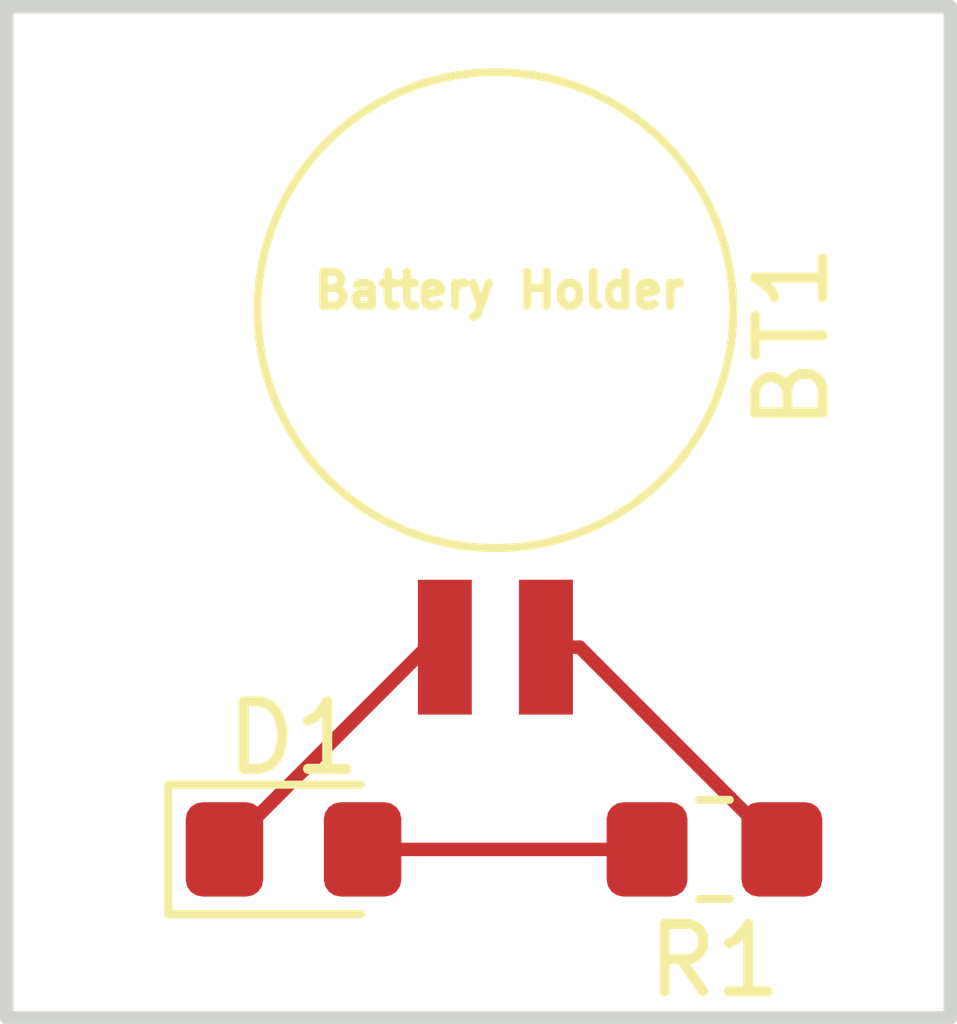
<source format=kicad_pcb>
(kicad_pcb (version 20240108) (generator "pcbnew") (generator_version "8.0")
  (layers (0 "F.Cu" signal) (31 "B.Cu" signal) (34 "B.Paste" user) (35 "F.Paste" user) (36 "B.SilkS" user "B.Silkscreen") (37 "F.SilkS" user "F.Silkscreen") (38 "B.Mask" user) (39 "F.Mask" user) (44 "Edge.Cuts" user))
  (net 0 "")
  (net 1 "Net-(BT1--)")
  (net 2 "Net-(BT1-+)")
  (net 3 "Net-(D1-A)")
  (footprint "Battery:BatteryHolder_Seiko_MS621F" (layer "F.Cu") (at 107.25 45.5 -90)
    (property "Reference" "BT1" (at -4.6 -4.4 90) (layer "F.SilkS"))
    (property "Value" "Battery_Cell")
    (fp_circle (center -5 0) (end -1.47 0) (stroke (width 0.12)) (fill none) (layer "F.SilkS"))
    (pad "1" smd rect (at 0 -0.75 270) (size 2 0.8) (layers "F.Cu" "F.Paste" "F.Mask") (net 2 "Net-(BT1-+)"))
    (pad "2" smd rect (at 0 0.75 270) (size 2 0.8) (layers "F.Cu" "F.Paste" "F.Mask") (net 1 "Net-(BT1--)"))
  )
  (footprint "Diode_SMD:D_0805_2012Metric_Pad1.15x1.40mm_HandSolder" (layer "F.Cu") (at 104.255 48.5)
    (property "Reference" "D1" (at 0 -1.65 360) (layer "F.SilkS"))
    (property "Value" "D")
    (fp_line (start -1.86 -0.96) (end -1.86 0.96) (stroke (width 0.12)) (layer "F.SilkS"))
    (fp_line (start -1.86 0.96) (end 1 0.96) (stroke (width 0.12)) (layer "F.SilkS"))
    (fp_line (start 1 -0.96) (end -1.86 -0.96) (stroke (width 0.12)) (layer "F.SilkS"))
    (pad "1" smd roundrect (at -1.025 0) (size 1.15 1.4) (layers "F.Cu" "F.Paste" "F.Mask") (roundrect_rratio 0.217391) (net 1 "Net-(BT1--)"))
    (pad "2" smd roundrect (at 1.025 0) (size 1.15 1.4) (layers "F.Cu" "F.Paste" "F.Mask") (roundrect_rratio 0.217391) (net 3 "Net-(D1-A)"))
  )
  (footprint "Resistor_SMD:R_0805_2012Metric_Pad1.20x1.40mm_HandSolder" (layer "F.Cu") (at 110.5 48.5 180)
    (property "Reference" "R1" (at 0 -1.65 360) (layer "F.SilkS"))
    (property "Value" "100R")
    (fp_line (start -0.227064 0.735) (end 0.227064 0.735) (stroke (width 0.12)) (layer "F.SilkS"))
    (fp_line (start -0.227064 -0.735) (end 0.227064 -0.735) (stroke (width 0.12)) (layer "F.SilkS"))
    (pad "1" smd roundrect (at -1 0 180) (size 1.2 1.4) (layers "F.Cu" "F.Paste" "F.Mask") (roundrect_rratio 0.208333) (net 2 "Net-(BT1-+)"))
    (pad "2" smd roundrect (at 1 0 180) (size 1.2 1.4) (layers "F.Cu" "F.Paste" "F.Mask") (roundrect_rratio 0.208333) (net 3 "Net-(D1-A)"))
  )
  (gr_rect (start 100 36) (end 114 51) (stroke (width 0.2)) (fill none) (layer "Edge.Cuts"))
  (gr_text "Battery Holder" (at 104.5 40.5 0) (layer "F.SilkS") (effects (font (size 0.5 0.5) (thickness 0.125) (bold yes)) (justify left bottom)))
  (segment (start 103.23 48.5) (end 106.23 45.5) (width 0.2) (layer "F.Cu") (net 1))
  (segment (start 106.23 45.5) (end 106.5 45.5) (width 0.2) (layer "F.Cu") (net 1))
  (segment (start 108 45.5) (end 108.5 45.5) (width 0.2) (layer "F.Cu") (net 2))
  (segment (start 108.5 45.5) (end 111.5 48.5) (width 0.2) (layer "F.Cu") (net 2))
  (segment (start 109.5 48.5) (end 105.28 48.5) (width 0.2) (layer "F.Cu") (net 3))
)
</source>
